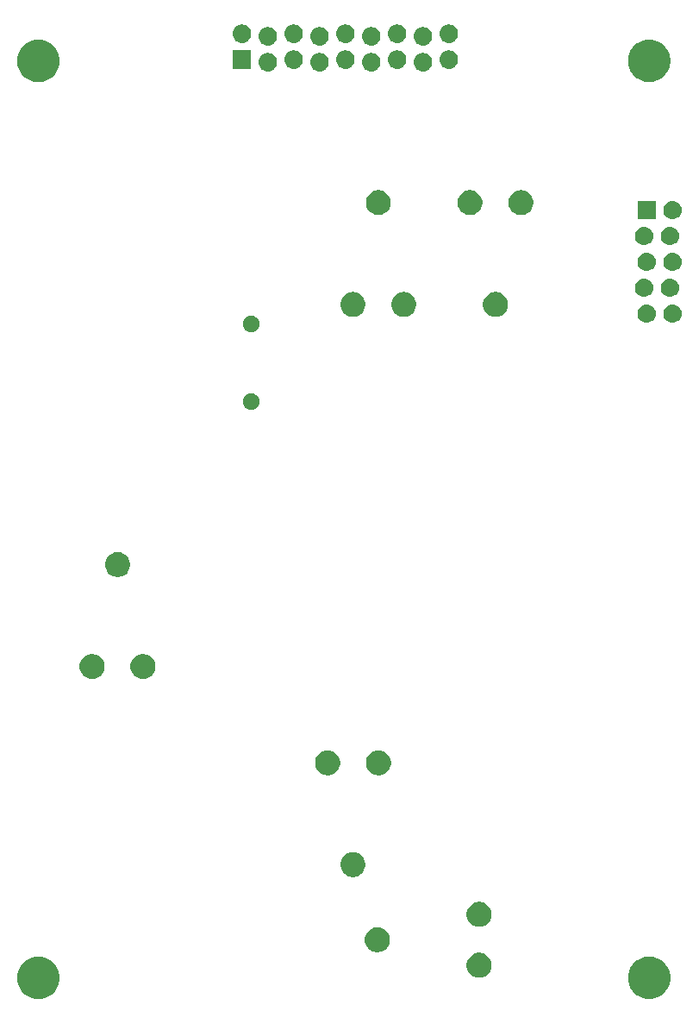
<source format=gbs>
G04 #@! TF.GenerationSoftware,KiCad,Pcbnew,(5.1.0)-1*
G04 #@! TF.CreationDate,2019-05-25T13:24:56-04:00*
G04 #@! TF.ProjectId,VCO_2_RevB,56434f5f-325f-4526-9576-422e6b696361,A*
G04 #@! TF.SameCoordinates,Original*
G04 #@! TF.FileFunction,Soldermask,Bot*
G04 #@! TF.FilePolarity,Negative*
%FSLAX46Y46*%
G04 Gerber Fmt 4.6, Leading zero omitted, Abs format (unit mm)*
G04 Created by KiCad (PCBNEW (5.1.0)-1) date 2019-05-25 13:24:56*
%MOMM*%
%LPD*%
G04 APERTURE LIST*
%ADD10C,0.100000*%
G04 APERTURE END LIST*
D10*
G36*
X115406373Y-142957024D02*
G01*
X115607589Y-142997048D01*
X115986671Y-143154069D01*
X116327835Y-143382028D01*
X116617972Y-143672165D01*
X116845931Y-144013329D01*
X117002952Y-144392411D01*
X117083000Y-144794842D01*
X117083000Y-145205158D01*
X117002952Y-145607589D01*
X116845931Y-145986671D01*
X116617972Y-146327835D01*
X116327835Y-146617972D01*
X115986671Y-146845931D01*
X115607589Y-147002952D01*
X115205159Y-147083000D01*
X114794841Y-147083000D01*
X114392411Y-147002952D01*
X114013329Y-146845931D01*
X113672165Y-146617972D01*
X113382028Y-146327835D01*
X113154069Y-145986671D01*
X112997048Y-145607589D01*
X112917000Y-145205158D01*
X112917000Y-144794842D01*
X112997048Y-144392411D01*
X113154069Y-144013329D01*
X113382028Y-143672165D01*
X113672165Y-143382028D01*
X114013329Y-143154069D01*
X114392411Y-142997048D01*
X114593627Y-142957024D01*
X114794841Y-142917000D01*
X115205159Y-142917000D01*
X115406373Y-142957024D01*
X115406373Y-142957024D01*
G37*
G36*
X55406373Y-142957024D02*
G01*
X55607589Y-142997048D01*
X55986671Y-143154069D01*
X56327835Y-143382028D01*
X56617972Y-143672165D01*
X56845931Y-144013329D01*
X57002952Y-144392411D01*
X57083000Y-144794842D01*
X57083000Y-145205158D01*
X57002952Y-145607589D01*
X56845931Y-145986671D01*
X56617972Y-146327835D01*
X56327835Y-146617972D01*
X55986671Y-146845931D01*
X55607589Y-147002952D01*
X55205159Y-147083000D01*
X54794841Y-147083000D01*
X54392411Y-147002952D01*
X54013329Y-146845931D01*
X53672165Y-146617972D01*
X53382028Y-146327835D01*
X53154069Y-145986671D01*
X52997048Y-145607589D01*
X52917000Y-145205158D01*
X52917000Y-144794842D01*
X52997048Y-144392411D01*
X53154069Y-144013329D01*
X53382028Y-143672165D01*
X53672165Y-143382028D01*
X54013329Y-143154069D01*
X54392411Y-142997048D01*
X54593627Y-142957024D01*
X54794841Y-142917000D01*
X55205159Y-142917000D01*
X55406373Y-142957024D01*
X55406373Y-142957024D01*
G37*
G36*
X98654153Y-142586122D02*
G01*
X98746194Y-142624247D01*
X98876359Y-142678163D01*
X99076342Y-142811787D01*
X99246413Y-142981858D01*
X99380037Y-143181841D01*
X99472078Y-143404048D01*
X99519000Y-143639941D01*
X99519000Y-143880459D01*
X99472078Y-144116352D01*
X99380037Y-144338559D01*
X99246413Y-144538542D01*
X99076342Y-144708613D01*
X98876359Y-144842237D01*
X98746194Y-144896153D01*
X98654153Y-144934278D01*
X98418259Y-144981200D01*
X98177741Y-144981200D01*
X97941847Y-144934278D01*
X97849806Y-144896153D01*
X97719641Y-144842237D01*
X97519658Y-144708613D01*
X97349587Y-144538542D01*
X97215963Y-144338559D01*
X97123922Y-144116352D01*
X97077000Y-143880459D01*
X97077000Y-143639941D01*
X97123922Y-143404048D01*
X97215963Y-143181841D01*
X97349587Y-142981858D01*
X97519658Y-142811787D01*
X97719641Y-142678163D01*
X97849806Y-142624247D01*
X97941847Y-142586122D01*
X98177741Y-142539200D01*
X98418259Y-142539200D01*
X98654153Y-142586122D01*
X98654153Y-142586122D01*
G37*
G36*
X88654153Y-140086122D02*
G01*
X88746194Y-140124247D01*
X88876359Y-140178163D01*
X89076342Y-140311787D01*
X89246413Y-140481858D01*
X89380037Y-140681841D01*
X89472078Y-140904048D01*
X89519000Y-141139941D01*
X89519000Y-141380459D01*
X89472078Y-141616352D01*
X89380037Y-141838559D01*
X89246413Y-142038542D01*
X89076342Y-142208613D01*
X88876359Y-142342237D01*
X88746194Y-142396153D01*
X88654153Y-142434278D01*
X88536205Y-142457739D01*
X88418259Y-142481200D01*
X88177741Y-142481200D01*
X88059795Y-142457739D01*
X87941847Y-142434278D01*
X87849806Y-142396153D01*
X87719641Y-142342237D01*
X87519658Y-142208613D01*
X87349587Y-142038542D01*
X87215963Y-141838559D01*
X87123922Y-141616352D01*
X87077000Y-141380459D01*
X87077000Y-141139941D01*
X87123922Y-140904048D01*
X87215963Y-140681841D01*
X87349587Y-140481858D01*
X87519658Y-140311787D01*
X87719641Y-140178163D01*
X87849806Y-140124247D01*
X87941847Y-140086122D01*
X88177741Y-140039200D01*
X88418259Y-140039200D01*
X88654153Y-140086122D01*
X88654153Y-140086122D01*
G37*
G36*
X98536205Y-137562661D02*
G01*
X98654153Y-137586122D01*
X98746194Y-137624247D01*
X98876359Y-137678163D01*
X99076342Y-137811787D01*
X99246413Y-137981858D01*
X99380037Y-138181841D01*
X99472078Y-138404048D01*
X99519000Y-138639941D01*
X99519000Y-138880459D01*
X99472078Y-139116352D01*
X99380037Y-139338559D01*
X99246413Y-139538542D01*
X99076342Y-139708613D01*
X98876359Y-139842237D01*
X98746194Y-139896153D01*
X98654153Y-139934278D01*
X98418259Y-139981200D01*
X98177741Y-139981200D01*
X97941847Y-139934278D01*
X97849806Y-139896153D01*
X97719641Y-139842237D01*
X97519658Y-139708613D01*
X97349587Y-139538542D01*
X97215963Y-139338559D01*
X97123922Y-139116352D01*
X97077000Y-138880459D01*
X97077000Y-138639941D01*
X97123922Y-138404048D01*
X97215963Y-138181841D01*
X97349587Y-137981858D01*
X97519658Y-137811787D01*
X97719641Y-137678163D01*
X97849806Y-137624247D01*
X97941847Y-137586122D01*
X98059795Y-137562661D01*
X98177741Y-137539200D01*
X98418259Y-137539200D01*
X98536205Y-137562661D01*
X98536205Y-137562661D01*
G37*
G36*
X86151805Y-132685861D02*
G01*
X86269753Y-132709322D01*
X86361794Y-132747447D01*
X86491959Y-132801363D01*
X86691942Y-132934987D01*
X86862013Y-133105058D01*
X86995637Y-133305041D01*
X87087678Y-133527248D01*
X87134600Y-133763141D01*
X87134600Y-134003659D01*
X87087678Y-134239552D01*
X86995637Y-134461759D01*
X86862013Y-134661742D01*
X86691942Y-134831813D01*
X86491959Y-134965437D01*
X86361794Y-135019353D01*
X86269753Y-135057478D01*
X86151805Y-135080939D01*
X86033859Y-135104400D01*
X85793341Y-135104400D01*
X85675395Y-135080939D01*
X85557447Y-135057478D01*
X85465406Y-135019353D01*
X85335241Y-134965437D01*
X85135258Y-134831813D01*
X84965187Y-134661742D01*
X84831563Y-134461759D01*
X84739522Y-134239552D01*
X84692600Y-134003659D01*
X84692600Y-133763141D01*
X84739522Y-133527248D01*
X84831563Y-133305041D01*
X84965187Y-133105058D01*
X85135258Y-132934987D01*
X85335241Y-132801363D01*
X85465406Y-132747447D01*
X85557447Y-132709322D01*
X85675395Y-132685861D01*
X85793341Y-132662400D01*
X86033859Y-132662400D01*
X86151805Y-132685861D01*
X86151805Y-132685861D01*
G37*
G36*
X88769753Y-122709322D02*
G01*
X88861794Y-122747447D01*
X88991959Y-122801363D01*
X89191942Y-122934987D01*
X89362013Y-123105058D01*
X89495637Y-123305041D01*
X89587678Y-123527248D01*
X89634600Y-123763141D01*
X89634600Y-124003659D01*
X89587678Y-124239552D01*
X89495637Y-124461759D01*
X89362013Y-124661742D01*
X89191942Y-124831813D01*
X88991959Y-124965437D01*
X88861794Y-125019353D01*
X88769753Y-125057478D01*
X88651805Y-125080939D01*
X88533859Y-125104400D01*
X88293341Y-125104400D01*
X88175395Y-125080939D01*
X88057447Y-125057478D01*
X87965406Y-125019353D01*
X87835241Y-124965437D01*
X87635258Y-124831813D01*
X87465187Y-124661742D01*
X87331563Y-124461759D01*
X87239522Y-124239552D01*
X87192600Y-124003659D01*
X87192600Y-123763141D01*
X87239522Y-123527248D01*
X87331563Y-123305041D01*
X87465187Y-123105058D01*
X87635258Y-122934987D01*
X87835241Y-122801363D01*
X87965406Y-122747447D01*
X88057447Y-122709322D01*
X88293341Y-122662400D01*
X88533859Y-122662400D01*
X88769753Y-122709322D01*
X88769753Y-122709322D01*
G37*
G36*
X83769753Y-122709322D02*
G01*
X83861794Y-122747447D01*
X83991959Y-122801363D01*
X84191942Y-122934987D01*
X84362013Y-123105058D01*
X84495637Y-123305041D01*
X84587678Y-123527248D01*
X84634600Y-123763141D01*
X84634600Y-124003659D01*
X84587678Y-124239552D01*
X84495637Y-124461759D01*
X84362013Y-124661742D01*
X84191942Y-124831813D01*
X83991959Y-124965437D01*
X83861794Y-125019353D01*
X83769753Y-125057478D01*
X83651805Y-125080939D01*
X83533859Y-125104400D01*
X83293341Y-125104400D01*
X83175395Y-125080939D01*
X83057447Y-125057478D01*
X82965406Y-125019353D01*
X82835241Y-124965437D01*
X82635258Y-124831813D01*
X82465187Y-124661742D01*
X82331563Y-124461759D01*
X82239522Y-124239552D01*
X82192600Y-124003659D01*
X82192600Y-123763141D01*
X82239522Y-123527248D01*
X82331563Y-123305041D01*
X82465187Y-123105058D01*
X82635258Y-122934987D01*
X82835241Y-122801363D01*
X82965406Y-122747447D01*
X83057447Y-122709322D01*
X83293341Y-122662400D01*
X83533859Y-122662400D01*
X83769753Y-122709322D01*
X83769753Y-122709322D01*
G37*
G36*
X65634153Y-113252922D02*
G01*
X65726194Y-113291047D01*
X65856359Y-113344963D01*
X66056342Y-113478587D01*
X66226413Y-113648658D01*
X66360037Y-113848641D01*
X66452078Y-114070848D01*
X66499000Y-114306741D01*
X66499000Y-114547259D01*
X66452078Y-114783152D01*
X66360037Y-115005359D01*
X66226413Y-115205342D01*
X66056342Y-115375413D01*
X65856359Y-115509037D01*
X65726194Y-115562953D01*
X65634153Y-115601078D01*
X65516205Y-115624539D01*
X65398259Y-115648000D01*
X65157741Y-115648000D01*
X65039795Y-115624539D01*
X64921847Y-115601078D01*
X64829806Y-115562953D01*
X64699641Y-115509037D01*
X64499658Y-115375413D01*
X64329587Y-115205342D01*
X64195963Y-115005359D01*
X64103922Y-114783152D01*
X64057000Y-114547259D01*
X64057000Y-114306741D01*
X64103922Y-114070848D01*
X64195963Y-113848641D01*
X64329587Y-113648658D01*
X64499658Y-113478587D01*
X64699641Y-113344963D01*
X64829806Y-113291047D01*
X64921847Y-113252922D01*
X65157741Y-113206000D01*
X65398259Y-113206000D01*
X65634153Y-113252922D01*
X65634153Y-113252922D01*
G37*
G36*
X60634153Y-113252922D02*
G01*
X60726194Y-113291047D01*
X60856359Y-113344963D01*
X61056342Y-113478587D01*
X61226413Y-113648658D01*
X61360037Y-113848641D01*
X61452078Y-114070848D01*
X61499000Y-114306741D01*
X61499000Y-114547259D01*
X61452078Y-114783152D01*
X61360037Y-115005359D01*
X61226413Y-115205342D01*
X61056342Y-115375413D01*
X60856359Y-115509037D01*
X60726194Y-115562953D01*
X60634153Y-115601078D01*
X60516205Y-115624539D01*
X60398259Y-115648000D01*
X60157741Y-115648000D01*
X60039795Y-115624539D01*
X59921847Y-115601078D01*
X59829806Y-115562953D01*
X59699641Y-115509037D01*
X59499658Y-115375413D01*
X59329587Y-115205342D01*
X59195963Y-115005359D01*
X59103922Y-114783152D01*
X59057000Y-114547259D01*
X59057000Y-114306741D01*
X59103922Y-114070848D01*
X59195963Y-113848641D01*
X59329587Y-113648658D01*
X59499658Y-113478587D01*
X59699641Y-113344963D01*
X59829806Y-113291047D01*
X59921847Y-113252922D01*
X60157741Y-113206000D01*
X60398259Y-113206000D01*
X60634153Y-113252922D01*
X60634153Y-113252922D01*
G37*
G36*
X63134153Y-103252922D02*
G01*
X63226194Y-103291047D01*
X63356359Y-103344963D01*
X63556342Y-103478587D01*
X63726413Y-103648658D01*
X63860037Y-103848641D01*
X63952078Y-104070848D01*
X63999000Y-104306741D01*
X63999000Y-104547259D01*
X63952078Y-104783152D01*
X63860037Y-105005359D01*
X63726413Y-105205342D01*
X63556342Y-105375413D01*
X63356359Y-105509037D01*
X63226194Y-105562953D01*
X63134153Y-105601078D01*
X63016205Y-105624539D01*
X62898259Y-105648000D01*
X62657741Y-105648000D01*
X62539795Y-105624539D01*
X62421847Y-105601078D01*
X62329806Y-105562953D01*
X62199641Y-105509037D01*
X61999658Y-105375413D01*
X61829587Y-105205342D01*
X61695963Y-105005359D01*
X61603922Y-104783152D01*
X61557000Y-104547259D01*
X61557000Y-104306741D01*
X61603922Y-104070848D01*
X61695963Y-103848641D01*
X61829587Y-103648658D01*
X61999658Y-103478587D01*
X62199641Y-103344963D01*
X62329806Y-103291047D01*
X62421847Y-103252922D01*
X62657741Y-103206000D01*
X62898259Y-103206000D01*
X63134153Y-103252922D01*
X63134153Y-103252922D01*
G37*
G36*
X76132342Y-87661042D02*
G01*
X76280301Y-87722329D01*
X76413455Y-87811299D01*
X76526701Y-87924545D01*
X76615671Y-88057699D01*
X76676958Y-88205658D01*
X76708200Y-88362725D01*
X76708200Y-88522875D01*
X76676958Y-88679942D01*
X76615671Y-88827901D01*
X76526701Y-88961055D01*
X76413455Y-89074301D01*
X76280301Y-89163271D01*
X76132342Y-89224558D01*
X75975275Y-89255800D01*
X75815125Y-89255800D01*
X75658058Y-89224558D01*
X75510099Y-89163271D01*
X75376945Y-89074301D01*
X75263699Y-88961055D01*
X75174729Y-88827901D01*
X75113442Y-88679942D01*
X75082200Y-88522875D01*
X75082200Y-88362725D01*
X75113442Y-88205658D01*
X75174729Y-88057699D01*
X75263699Y-87924545D01*
X75376945Y-87811299D01*
X75510099Y-87722329D01*
X75658058Y-87661042D01*
X75815125Y-87629800D01*
X75975275Y-87629800D01*
X76132342Y-87661042D01*
X76132342Y-87661042D01*
G37*
G36*
X76132342Y-80041042D02*
G01*
X76280301Y-80102329D01*
X76413455Y-80191299D01*
X76526701Y-80304545D01*
X76615671Y-80437699D01*
X76676958Y-80585658D01*
X76708200Y-80742725D01*
X76708200Y-80902875D01*
X76676958Y-81059942D01*
X76615671Y-81207901D01*
X76526701Y-81341055D01*
X76413455Y-81454301D01*
X76280301Y-81543271D01*
X76132342Y-81604558D01*
X75975275Y-81635800D01*
X75815125Y-81635800D01*
X75658058Y-81604558D01*
X75510099Y-81543271D01*
X75376945Y-81454301D01*
X75263699Y-81341055D01*
X75174729Y-81207901D01*
X75113442Y-81059942D01*
X75082200Y-80902875D01*
X75082200Y-80742725D01*
X75113442Y-80585658D01*
X75174729Y-80437699D01*
X75263699Y-80304545D01*
X75376945Y-80191299D01*
X75510099Y-80102329D01*
X75658058Y-80041042D01*
X75815125Y-80009800D01*
X75975275Y-80009800D01*
X76132342Y-80041042D01*
X76132342Y-80041042D01*
G37*
G36*
X117410443Y-78905519D02*
G01*
X117476627Y-78912037D01*
X117646466Y-78963557D01*
X117802991Y-79047222D01*
X117838729Y-79076552D01*
X117940186Y-79159814D01*
X118019247Y-79256152D01*
X118052778Y-79297009D01*
X118136443Y-79453534D01*
X118187963Y-79623373D01*
X118205359Y-79800000D01*
X118187963Y-79976627D01*
X118136443Y-80146466D01*
X118052778Y-80302991D01*
X118023448Y-80338729D01*
X117940186Y-80440186D01*
X117838729Y-80523448D01*
X117802991Y-80552778D01*
X117646466Y-80636443D01*
X117476627Y-80687963D01*
X117410443Y-80694481D01*
X117344260Y-80701000D01*
X117255740Y-80701000D01*
X117189557Y-80694481D01*
X117123373Y-80687963D01*
X116953534Y-80636443D01*
X116797009Y-80552778D01*
X116761271Y-80523448D01*
X116659814Y-80440186D01*
X116576552Y-80338729D01*
X116547222Y-80302991D01*
X116463557Y-80146466D01*
X116412037Y-79976627D01*
X116394641Y-79800000D01*
X116412037Y-79623373D01*
X116463557Y-79453534D01*
X116547222Y-79297009D01*
X116580753Y-79256152D01*
X116659814Y-79159814D01*
X116761271Y-79076552D01*
X116797009Y-79047222D01*
X116953534Y-78963557D01*
X117123373Y-78912037D01*
X117189557Y-78905519D01*
X117255740Y-78899000D01*
X117344260Y-78899000D01*
X117410443Y-78905519D01*
X117410443Y-78905519D01*
G37*
G36*
X114870443Y-78905519D02*
G01*
X114936627Y-78912037D01*
X115106466Y-78963557D01*
X115262991Y-79047222D01*
X115298729Y-79076552D01*
X115400186Y-79159814D01*
X115479247Y-79256152D01*
X115512778Y-79297009D01*
X115596443Y-79453534D01*
X115647963Y-79623373D01*
X115665359Y-79800000D01*
X115647963Y-79976627D01*
X115596443Y-80146466D01*
X115512778Y-80302991D01*
X115483448Y-80338729D01*
X115400186Y-80440186D01*
X115298729Y-80523448D01*
X115262991Y-80552778D01*
X115106466Y-80636443D01*
X114936627Y-80687963D01*
X114870443Y-80694481D01*
X114804260Y-80701000D01*
X114715740Y-80701000D01*
X114649557Y-80694481D01*
X114583373Y-80687963D01*
X114413534Y-80636443D01*
X114257009Y-80552778D01*
X114221271Y-80523448D01*
X114119814Y-80440186D01*
X114036552Y-80338729D01*
X114007222Y-80302991D01*
X113923557Y-80146466D01*
X113872037Y-79976627D01*
X113854641Y-79800000D01*
X113872037Y-79623373D01*
X113923557Y-79453534D01*
X114007222Y-79297009D01*
X114040753Y-79256152D01*
X114119814Y-79159814D01*
X114221271Y-79076552D01*
X114257009Y-79047222D01*
X114413534Y-78963557D01*
X114583373Y-78912037D01*
X114649557Y-78905519D01*
X114715740Y-78899000D01*
X114804260Y-78899000D01*
X114870443Y-78905519D01*
X114870443Y-78905519D01*
G37*
G36*
X100138205Y-77702461D02*
G01*
X100256153Y-77725922D01*
X100345640Y-77762989D01*
X100478359Y-77817963D01*
X100678342Y-77951587D01*
X100848413Y-78121658D01*
X100982037Y-78321641D01*
X101074078Y-78543848D01*
X101121000Y-78779741D01*
X101121000Y-79020259D01*
X101074078Y-79256152D01*
X100982037Y-79478359D01*
X100848413Y-79678342D01*
X100678342Y-79848413D01*
X100478359Y-79982037D01*
X100348194Y-80035953D01*
X100256153Y-80074078D01*
X100020259Y-80121000D01*
X99779741Y-80121000D01*
X99543847Y-80074078D01*
X99451806Y-80035953D01*
X99321641Y-79982037D01*
X99121658Y-79848413D01*
X98951587Y-79678342D01*
X98817963Y-79478359D01*
X98725922Y-79256152D01*
X98679000Y-79020259D01*
X98679000Y-78779741D01*
X98725922Y-78543848D01*
X98817963Y-78321641D01*
X98951587Y-78121658D01*
X99121658Y-77951587D01*
X99321641Y-77817963D01*
X99454360Y-77762989D01*
X99543847Y-77725922D01*
X99661795Y-77702461D01*
X99779741Y-77679000D01*
X100020259Y-77679000D01*
X100138205Y-77702461D01*
X100138205Y-77702461D01*
G37*
G36*
X91138205Y-77702461D02*
G01*
X91256153Y-77725922D01*
X91345640Y-77762989D01*
X91478359Y-77817963D01*
X91678342Y-77951587D01*
X91848413Y-78121658D01*
X91982037Y-78321641D01*
X92074078Y-78543848D01*
X92121000Y-78779741D01*
X92121000Y-79020259D01*
X92074078Y-79256152D01*
X91982037Y-79478359D01*
X91848413Y-79678342D01*
X91678342Y-79848413D01*
X91478359Y-79982037D01*
X91348194Y-80035953D01*
X91256153Y-80074078D01*
X91020259Y-80121000D01*
X90779741Y-80121000D01*
X90543847Y-80074078D01*
X90451806Y-80035953D01*
X90321641Y-79982037D01*
X90121658Y-79848413D01*
X89951587Y-79678342D01*
X89817963Y-79478359D01*
X89725922Y-79256152D01*
X89679000Y-79020259D01*
X89679000Y-78779741D01*
X89725922Y-78543848D01*
X89817963Y-78321641D01*
X89951587Y-78121658D01*
X90121658Y-77951587D01*
X90321641Y-77817963D01*
X90454360Y-77762989D01*
X90543847Y-77725922D01*
X90661795Y-77702461D01*
X90779741Y-77679000D01*
X91020259Y-77679000D01*
X91138205Y-77702461D01*
X91138205Y-77702461D01*
G37*
G36*
X86138205Y-77702461D02*
G01*
X86256153Y-77725922D01*
X86345640Y-77762989D01*
X86478359Y-77817963D01*
X86678342Y-77951587D01*
X86848413Y-78121658D01*
X86982037Y-78321641D01*
X87074078Y-78543848D01*
X87121000Y-78779741D01*
X87121000Y-79020259D01*
X87074078Y-79256152D01*
X86982037Y-79478359D01*
X86848413Y-79678342D01*
X86678342Y-79848413D01*
X86478359Y-79982037D01*
X86348194Y-80035953D01*
X86256153Y-80074078D01*
X86020259Y-80121000D01*
X85779741Y-80121000D01*
X85543847Y-80074078D01*
X85451806Y-80035953D01*
X85321641Y-79982037D01*
X85121658Y-79848413D01*
X84951587Y-79678342D01*
X84817963Y-79478359D01*
X84725922Y-79256152D01*
X84679000Y-79020259D01*
X84679000Y-78779741D01*
X84725922Y-78543848D01*
X84817963Y-78321641D01*
X84951587Y-78121658D01*
X85121658Y-77951587D01*
X85321641Y-77817963D01*
X85454360Y-77762989D01*
X85543847Y-77725922D01*
X85661795Y-77702461D01*
X85779741Y-77679000D01*
X86020259Y-77679000D01*
X86138205Y-77702461D01*
X86138205Y-77702461D01*
G37*
G36*
X117156442Y-76365518D02*
G01*
X117222627Y-76372037D01*
X117392466Y-76423557D01*
X117548991Y-76507222D01*
X117584729Y-76536552D01*
X117686186Y-76619814D01*
X117769448Y-76721271D01*
X117798778Y-76757009D01*
X117882443Y-76913534D01*
X117933963Y-77083373D01*
X117951359Y-77260000D01*
X117933963Y-77436627D01*
X117882443Y-77606466D01*
X117798778Y-77762991D01*
X117769448Y-77798729D01*
X117686186Y-77900186D01*
X117584729Y-77983448D01*
X117548991Y-78012778D01*
X117392466Y-78096443D01*
X117222627Y-78147963D01*
X117156443Y-78154481D01*
X117090260Y-78161000D01*
X117001740Y-78161000D01*
X116935557Y-78154481D01*
X116869373Y-78147963D01*
X116699534Y-78096443D01*
X116543009Y-78012778D01*
X116507271Y-77983448D01*
X116405814Y-77900186D01*
X116322552Y-77798729D01*
X116293222Y-77762991D01*
X116209557Y-77606466D01*
X116158037Y-77436627D01*
X116140641Y-77260000D01*
X116158037Y-77083373D01*
X116209557Y-76913534D01*
X116293222Y-76757009D01*
X116322552Y-76721271D01*
X116405814Y-76619814D01*
X116507271Y-76536552D01*
X116543009Y-76507222D01*
X116699534Y-76423557D01*
X116869373Y-76372037D01*
X116935558Y-76365518D01*
X117001740Y-76359000D01*
X117090260Y-76359000D01*
X117156442Y-76365518D01*
X117156442Y-76365518D01*
G37*
G36*
X114616442Y-76365518D02*
G01*
X114682627Y-76372037D01*
X114852466Y-76423557D01*
X115008991Y-76507222D01*
X115044729Y-76536552D01*
X115146186Y-76619814D01*
X115229448Y-76721271D01*
X115258778Y-76757009D01*
X115342443Y-76913534D01*
X115393963Y-77083373D01*
X115411359Y-77260000D01*
X115393963Y-77436627D01*
X115342443Y-77606466D01*
X115258778Y-77762991D01*
X115229448Y-77798729D01*
X115146186Y-77900186D01*
X115044729Y-77983448D01*
X115008991Y-78012778D01*
X114852466Y-78096443D01*
X114682627Y-78147963D01*
X114616443Y-78154481D01*
X114550260Y-78161000D01*
X114461740Y-78161000D01*
X114395557Y-78154481D01*
X114329373Y-78147963D01*
X114159534Y-78096443D01*
X114003009Y-78012778D01*
X113967271Y-77983448D01*
X113865814Y-77900186D01*
X113782552Y-77798729D01*
X113753222Y-77762991D01*
X113669557Y-77606466D01*
X113618037Y-77436627D01*
X113600641Y-77260000D01*
X113618037Y-77083373D01*
X113669557Y-76913534D01*
X113753222Y-76757009D01*
X113782552Y-76721271D01*
X113865814Y-76619814D01*
X113967271Y-76536552D01*
X114003009Y-76507222D01*
X114159534Y-76423557D01*
X114329373Y-76372037D01*
X114395558Y-76365518D01*
X114461740Y-76359000D01*
X114550260Y-76359000D01*
X114616442Y-76365518D01*
X114616442Y-76365518D01*
G37*
G36*
X117410443Y-73825519D02*
G01*
X117476627Y-73832037D01*
X117646466Y-73883557D01*
X117802991Y-73967222D01*
X117838729Y-73996552D01*
X117940186Y-74079814D01*
X118023448Y-74181271D01*
X118052778Y-74217009D01*
X118136443Y-74373534D01*
X118187963Y-74543373D01*
X118205359Y-74720000D01*
X118187963Y-74896627D01*
X118136443Y-75066466D01*
X118052778Y-75222991D01*
X118023448Y-75258729D01*
X117940186Y-75360186D01*
X117838729Y-75443448D01*
X117802991Y-75472778D01*
X117646466Y-75556443D01*
X117476627Y-75607963D01*
X117410443Y-75614481D01*
X117344260Y-75621000D01*
X117255740Y-75621000D01*
X117189557Y-75614481D01*
X117123373Y-75607963D01*
X116953534Y-75556443D01*
X116797009Y-75472778D01*
X116761271Y-75443448D01*
X116659814Y-75360186D01*
X116576552Y-75258729D01*
X116547222Y-75222991D01*
X116463557Y-75066466D01*
X116412037Y-74896627D01*
X116394641Y-74720000D01*
X116412037Y-74543373D01*
X116463557Y-74373534D01*
X116547222Y-74217009D01*
X116576552Y-74181271D01*
X116659814Y-74079814D01*
X116761271Y-73996552D01*
X116797009Y-73967222D01*
X116953534Y-73883557D01*
X117123373Y-73832037D01*
X117189557Y-73825519D01*
X117255740Y-73819000D01*
X117344260Y-73819000D01*
X117410443Y-73825519D01*
X117410443Y-73825519D01*
G37*
G36*
X114870443Y-73825519D02*
G01*
X114936627Y-73832037D01*
X115106466Y-73883557D01*
X115262991Y-73967222D01*
X115298729Y-73996552D01*
X115400186Y-74079814D01*
X115483448Y-74181271D01*
X115512778Y-74217009D01*
X115596443Y-74373534D01*
X115647963Y-74543373D01*
X115665359Y-74720000D01*
X115647963Y-74896627D01*
X115596443Y-75066466D01*
X115512778Y-75222991D01*
X115483448Y-75258729D01*
X115400186Y-75360186D01*
X115298729Y-75443448D01*
X115262991Y-75472778D01*
X115106466Y-75556443D01*
X114936627Y-75607963D01*
X114870443Y-75614481D01*
X114804260Y-75621000D01*
X114715740Y-75621000D01*
X114649557Y-75614481D01*
X114583373Y-75607963D01*
X114413534Y-75556443D01*
X114257009Y-75472778D01*
X114221271Y-75443448D01*
X114119814Y-75360186D01*
X114036552Y-75258729D01*
X114007222Y-75222991D01*
X113923557Y-75066466D01*
X113872037Y-74896627D01*
X113854641Y-74720000D01*
X113872037Y-74543373D01*
X113923557Y-74373534D01*
X114007222Y-74217009D01*
X114036552Y-74181271D01*
X114119814Y-74079814D01*
X114221271Y-73996552D01*
X114257009Y-73967222D01*
X114413534Y-73883557D01*
X114583373Y-73832037D01*
X114649557Y-73825519D01*
X114715740Y-73819000D01*
X114804260Y-73819000D01*
X114870443Y-73825519D01*
X114870443Y-73825519D01*
G37*
G36*
X114616442Y-71285518D02*
G01*
X114682627Y-71292037D01*
X114852466Y-71343557D01*
X115008991Y-71427222D01*
X115044729Y-71456552D01*
X115146186Y-71539814D01*
X115229448Y-71641271D01*
X115258778Y-71677009D01*
X115342443Y-71833534D01*
X115393963Y-72003373D01*
X115411359Y-72180000D01*
X115393963Y-72356627D01*
X115342443Y-72526466D01*
X115258778Y-72682991D01*
X115229448Y-72718729D01*
X115146186Y-72820186D01*
X115044729Y-72903448D01*
X115008991Y-72932778D01*
X114852466Y-73016443D01*
X114682627Y-73067963D01*
X114616442Y-73074482D01*
X114550260Y-73081000D01*
X114461740Y-73081000D01*
X114395558Y-73074482D01*
X114329373Y-73067963D01*
X114159534Y-73016443D01*
X114003009Y-72932778D01*
X113967271Y-72903448D01*
X113865814Y-72820186D01*
X113782552Y-72718729D01*
X113753222Y-72682991D01*
X113669557Y-72526466D01*
X113618037Y-72356627D01*
X113600641Y-72180000D01*
X113618037Y-72003373D01*
X113669557Y-71833534D01*
X113753222Y-71677009D01*
X113782552Y-71641271D01*
X113865814Y-71539814D01*
X113967271Y-71456552D01*
X114003009Y-71427222D01*
X114159534Y-71343557D01*
X114329373Y-71292037D01*
X114395558Y-71285518D01*
X114461740Y-71279000D01*
X114550260Y-71279000D01*
X114616442Y-71285518D01*
X114616442Y-71285518D01*
G37*
G36*
X117156442Y-71285518D02*
G01*
X117222627Y-71292037D01*
X117392466Y-71343557D01*
X117548991Y-71427222D01*
X117584729Y-71456552D01*
X117686186Y-71539814D01*
X117769448Y-71641271D01*
X117798778Y-71677009D01*
X117882443Y-71833534D01*
X117933963Y-72003373D01*
X117951359Y-72180000D01*
X117933963Y-72356627D01*
X117882443Y-72526466D01*
X117798778Y-72682991D01*
X117769448Y-72718729D01*
X117686186Y-72820186D01*
X117584729Y-72903448D01*
X117548991Y-72932778D01*
X117392466Y-73016443D01*
X117222627Y-73067963D01*
X117156442Y-73074482D01*
X117090260Y-73081000D01*
X117001740Y-73081000D01*
X116935558Y-73074482D01*
X116869373Y-73067963D01*
X116699534Y-73016443D01*
X116543009Y-72932778D01*
X116507271Y-72903448D01*
X116405814Y-72820186D01*
X116322552Y-72718729D01*
X116293222Y-72682991D01*
X116209557Y-72526466D01*
X116158037Y-72356627D01*
X116140641Y-72180000D01*
X116158037Y-72003373D01*
X116209557Y-71833534D01*
X116293222Y-71677009D01*
X116322552Y-71641271D01*
X116405814Y-71539814D01*
X116507271Y-71456552D01*
X116543009Y-71427222D01*
X116699534Y-71343557D01*
X116869373Y-71292037D01*
X116935558Y-71285518D01*
X117001740Y-71279000D01*
X117090260Y-71279000D01*
X117156442Y-71285518D01*
X117156442Y-71285518D01*
G37*
G36*
X115661000Y-70541000D02*
G01*
X113859000Y-70541000D01*
X113859000Y-68739000D01*
X115661000Y-68739000D01*
X115661000Y-70541000D01*
X115661000Y-70541000D01*
G37*
G36*
X117410443Y-68745519D02*
G01*
X117476627Y-68752037D01*
X117646466Y-68803557D01*
X117802991Y-68887222D01*
X117838729Y-68916552D01*
X117940186Y-68999814D01*
X118023448Y-69101271D01*
X118052778Y-69137009D01*
X118136443Y-69293534D01*
X118187963Y-69463373D01*
X118205359Y-69640000D01*
X118187963Y-69816627D01*
X118136443Y-69986466D01*
X118052778Y-70142991D01*
X118023448Y-70178729D01*
X117940186Y-70280186D01*
X117838729Y-70363448D01*
X117802991Y-70392778D01*
X117646466Y-70476443D01*
X117476627Y-70527963D01*
X117410442Y-70534482D01*
X117344260Y-70541000D01*
X117255740Y-70541000D01*
X117189558Y-70534482D01*
X117123373Y-70527963D01*
X116953534Y-70476443D01*
X116797009Y-70392778D01*
X116761271Y-70363448D01*
X116659814Y-70280186D01*
X116576552Y-70178729D01*
X116547222Y-70142991D01*
X116463557Y-69986466D01*
X116412037Y-69816627D01*
X116394641Y-69640000D01*
X116412037Y-69463373D01*
X116463557Y-69293534D01*
X116547222Y-69137009D01*
X116576552Y-69101271D01*
X116659814Y-68999814D01*
X116761271Y-68916552D01*
X116797009Y-68887222D01*
X116953534Y-68803557D01*
X117123373Y-68752037D01*
X117189557Y-68745519D01*
X117255740Y-68739000D01*
X117344260Y-68739000D01*
X117410443Y-68745519D01*
X117410443Y-68745519D01*
G37*
G36*
X97638205Y-67702461D02*
G01*
X97756153Y-67725922D01*
X97848194Y-67764047D01*
X97978359Y-67817963D01*
X98178342Y-67951587D01*
X98348413Y-68121658D01*
X98482037Y-68321641D01*
X98574078Y-68543848D01*
X98621000Y-68779741D01*
X98621000Y-69020259D01*
X98574078Y-69256152D01*
X98482037Y-69478359D01*
X98348413Y-69678342D01*
X98178342Y-69848413D01*
X97978359Y-69982037D01*
X97848194Y-70035953D01*
X97756153Y-70074078D01*
X97638205Y-70097539D01*
X97520259Y-70121000D01*
X97279741Y-70121000D01*
X97161795Y-70097539D01*
X97043847Y-70074078D01*
X96951806Y-70035953D01*
X96821641Y-69982037D01*
X96621658Y-69848413D01*
X96451587Y-69678342D01*
X96317963Y-69478359D01*
X96225922Y-69256152D01*
X96179000Y-69020259D01*
X96179000Y-68779741D01*
X96225922Y-68543848D01*
X96317963Y-68321641D01*
X96451587Y-68121658D01*
X96621658Y-67951587D01*
X96821641Y-67817963D01*
X96951806Y-67764047D01*
X97043847Y-67725922D01*
X97161795Y-67702461D01*
X97279741Y-67679000D01*
X97520259Y-67679000D01*
X97638205Y-67702461D01*
X97638205Y-67702461D01*
G37*
G36*
X88638205Y-67702461D02*
G01*
X88756153Y-67725922D01*
X88848194Y-67764047D01*
X88978359Y-67817963D01*
X89178342Y-67951587D01*
X89348413Y-68121658D01*
X89482037Y-68321641D01*
X89574078Y-68543848D01*
X89621000Y-68779741D01*
X89621000Y-69020259D01*
X89574078Y-69256152D01*
X89482037Y-69478359D01*
X89348413Y-69678342D01*
X89178342Y-69848413D01*
X88978359Y-69982037D01*
X88848194Y-70035953D01*
X88756153Y-70074078D01*
X88638205Y-70097539D01*
X88520259Y-70121000D01*
X88279741Y-70121000D01*
X88161795Y-70097539D01*
X88043847Y-70074078D01*
X87951806Y-70035953D01*
X87821641Y-69982037D01*
X87621658Y-69848413D01*
X87451587Y-69678342D01*
X87317963Y-69478359D01*
X87225922Y-69256152D01*
X87179000Y-69020259D01*
X87179000Y-68779741D01*
X87225922Y-68543848D01*
X87317963Y-68321641D01*
X87451587Y-68121658D01*
X87621658Y-67951587D01*
X87821641Y-67817963D01*
X87951806Y-67764047D01*
X88043847Y-67725922D01*
X88161795Y-67702461D01*
X88279741Y-67679000D01*
X88520259Y-67679000D01*
X88638205Y-67702461D01*
X88638205Y-67702461D01*
G37*
G36*
X102638205Y-67702461D02*
G01*
X102756153Y-67725922D01*
X102848194Y-67764047D01*
X102978359Y-67817963D01*
X103178342Y-67951587D01*
X103348413Y-68121658D01*
X103482037Y-68321641D01*
X103574078Y-68543848D01*
X103621000Y-68779741D01*
X103621000Y-69020259D01*
X103574078Y-69256152D01*
X103482037Y-69478359D01*
X103348413Y-69678342D01*
X103178342Y-69848413D01*
X102978359Y-69982037D01*
X102848194Y-70035953D01*
X102756153Y-70074078D01*
X102638205Y-70097539D01*
X102520259Y-70121000D01*
X102279741Y-70121000D01*
X102161795Y-70097539D01*
X102043847Y-70074078D01*
X101951806Y-70035953D01*
X101821641Y-69982037D01*
X101621658Y-69848413D01*
X101451587Y-69678342D01*
X101317963Y-69478359D01*
X101225922Y-69256152D01*
X101179000Y-69020259D01*
X101179000Y-68779741D01*
X101225922Y-68543848D01*
X101317963Y-68321641D01*
X101451587Y-68121658D01*
X101621658Y-67951587D01*
X101821641Y-67817963D01*
X101951806Y-67764047D01*
X102043847Y-67725922D01*
X102161795Y-67702461D01*
X102279741Y-67679000D01*
X102520259Y-67679000D01*
X102638205Y-67702461D01*
X102638205Y-67702461D01*
G37*
G36*
X55287939Y-52933466D02*
G01*
X55607589Y-52997048D01*
X55986671Y-53154069D01*
X56327835Y-53382028D01*
X56617972Y-53672165D01*
X56845931Y-54013329D01*
X57002952Y-54392411D01*
X57083000Y-54794841D01*
X57083000Y-55205159D01*
X57049020Y-55375989D01*
X57002952Y-55607589D01*
X56845931Y-55986671D01*
X56617972Y-56327835D01*
X56327835Y-56617972D01*
X55986671Y-56845931D01*
X55607589Y-57002952D01*
X55406373Y-57042976D01*
X55205159Y-57083000D01*
X54794841Y-57083000D01*
X54593627Y-57042976D01*
X54392411Y-57002952D01*
X54013329Y-56845931D01*
X53672165Y-56617972D01*
X53382028Y-56327835D01*
X53154069Y-55986671D01*
X52997048Y-55607589D01*
X52950980Y-55375989D01*
X52917000Y-55205159D01*
X52917000Y-54794841D01*
X52997048Y-54392411D01*
X53154069Y-54013329D01*
X53382028Y-53672165D01*
X53672165Y-53382028D01*
X54013329Y-53154069D01*
X54392411Y-52997048D01*
X54712061Y-52933466D01*
X54794841Y-52917000D01*
X55205159Y-52917000D01*
X55287939Y-52933466D01*
X55287939Y-52933466D01*
G37*
G36*
X115287939Y-52933466D02*
G01*
X115607589Y-52997048D01*
X115986671Y-53154069D01*
X116327835Y-53382028D01*
X116617972Y-53672165D01*
X116845931Y-54013329D01*
X117002952Y-54392411D01*
X117042976Y-54593627D01*
X117083000Y-54794841D01*
X117083000Y-55205159D01*
X117049020Y-55375989D01*
X117002952Y-55607589D01*
X116845931Y-55986671D01*
X116617972Y-56327835D01*
X116327835Y-56617972D01*
X115986671Y-56845931D01*
X115607589Y-57002952D01*
X115406373Y-57042976D01*
X115205159Y-57083000D01*
X114794841Y-57083000D01*
X114593627Y-57042976D01*
X114392411Y-57002952D01*
X114013329Y-56845931D01*
X113672165Y-56617972D01*
X113382028Y-56327835D01*
X113154069Y-55986671D01*
X112997048Y-55607589D01*
X112950980Y-55375989D01*
X112917000Y-55205159D01*
X112917000Y-54794841D01*
X112957024Y-54593627D01*
X112997048Y-54392411D01*
X113154069Y-54013329D01*
X113382028Y-53672165D01*
X113672165Y-53382028D01*
X114013329Y-53154069D01*
X114392411Y-52997048D01*
X114712061Y-52933466D01*
X114794841Y-52917000D01*
X115205159Y-52917000D01*
X115287939Y-52933466D01*
X115287939Y-52933466D01*
G37*
G36*
X92890443Y-54232519D02*
G01*
X92956627Y-54239037D01*
X93126466Y-54290557D01*
X93282991Y-54374222D01*
X93305154Y-54392411D01*
X93420186Y-54486814D01*
X93503448Y-54588271D01*
X93532778Y-54624009D01*
X93616443Y-54780534D01*
X93667963Y-54950373D01*
X93685359Y-55127000D01*
X93667963Y-55303627D01*
X93616443Y-55473466D01*
X93532778Y-55629991D01*
X93503448Y-55665729D01*
X93420186Y-55767186D01*
X93318729Y-55850448D01*
X93282991Y-55879778D01*
X93126466Y-55963443D01*
X92956627Y-56014963D01*
X92890443Y-56021481D01*
X92824260Y-56028000D01*
X92735740Y-56028000D01*
X92669557Y-56021481D01*
X92603373Y-56014963D01*
X92433534Y-55963443D01*
X92277009Y-55879778D01*
X92241271Y-55850448D01*
X92139814Y-55767186D01*
X92056552Y-55665729D01*
X92027222Y-55629991D01*
X91943557Y-55473466D01*
X91892037Y-55303627D01*
X91874641Y-55127000D01*
X91892037Y-54950373D01*
X91943557Y-54780534D01*
X92027222Y-54624009D01*
X92056552Y-54588271D01*
X92139814Y-54486814D01*
X92254846Y-54392411D01*
X92277009Y-54374222D01*
X92433534Y-54290557D01*
X92603373Y-54239037D01*
X92669557Y-54232519D01*
X92735740Y-54226000D01*
X92824260Y-54226000D01*
X92890443Y-54232519D01*
X92890443Y-54232519D01*
G37*
G36*
X77650443Y-54232519D02*
G01*
X77716627Y-54239037D01*
X77886466Y-54290557D01*
X78042991Y-54374222D01*
X78065154Y-54392411D01*
X78180186Y-54486814D01*
X78263448Y-54588271D01*
X78292778Y-54624009D01*
X78376443Y-54780534D01*
X78427963Y-54950373D01*
X78445359Y-55127000D01*
X78427963Y-55303627D01*
X78376443Y-55473466D01*
X78292778Y-55629991D01*
X78263448Y-55665729D01*
X78180186Y-55767186D01*
X78078729Y-55850448D01*
X78042991Y-55879778D01*
X77886466Y-55963443D01*
X77716627Y-56014963D01*
X77650443Y-56021481D01*
X77584260Y-56028000D01*
X77495740Y-56028000D01*
X77429557Y-56021481D01*
X77363373Y-56014963D01*
X77193534Y-55963443D01*
X77037009Y-55879778D01*
X77001271Y-55850448D01*
X76899814Y-55767186D01*
X76816552Y-55665729D01*
X76787222Y-55629991D01*
X76703557Y-55473466D01*
X76652037Y-55303627D01*
X76634641Y-55127000D01*
X76652037Y-54950373D01*
X76703557Y-54780534D01*
X76787222Y-54624009D01*
X76816552Y-54588271D01*
X76899814Y-54486814D01*
X77014846Y-54392411D01*
X77037009Y-54374222D01*
X77193534Y-54290557D01*
X77363373Y-54239037D01*
X77429557Y-54232519D01*
X77495740Y-54226000D01*
X77584260Y-54226000D01*
X77650443Y-54232519D01*
X77650443Y-54232519D01*
G37*
G36*
X82730443Y-54232519D02*
G01*
X82796627Y-54239037D01*
X82966466Y-54290557D01*
X83122991Y-54374222D01*
X83145154Y-54392411D01*
X83260186Y-54486814D01*
X83343448Y-54588271D01*
X83372778Y-54624009D01*
X83456443Y-54780534D01*
X83507963Y-54950373D01*
X83525359Y-55127000D01*
X83507963Y-55303627D01*
X83456443Y-55473466D01*
X83372778Y-55629991D01*
X83343448Y-55665729D01*
X83260186Y-55767186D01*
X83158729Y-55850448D01*
X83122991Y-55879778D01*
X82966466Y-55963443D01*
X82796627Y-56014963D01*
X82730443Y-56021481D01*
X82664260Y-56028000D01*
X82575740Y-56028000D01*
X82509557Y-56021481D01*
X82443373Y-56014963D01*
X82273534Y-55963443D01*
X82117009Y-55879778D01*
X82081271Y-55850448D01*
X81979814Y-55767186D01*
X81896552Y-55665729D01*
X81867222Y-55629991D01*
X81783557Y-55473466D01*
X81732037Y-55303627D01*
X81714641Y-55127000D01*
X81732037Y-54950373D01*
X81783557Y-54780534D01*
X81867222Y-54624009D01*
X81896552Y-54588271D01*
X81979814Y-54486814D01*
X82094846Y-54392411D01*
X82117009Y-54374222D01*
X82273534Y-54290557D01*
X82443373Y-54239037D01*
X82509557Y-54232519D01*
X82575740Y-54226000D01*
X82664260Y-54226000D01*
X82730443Y-54232519D01*
X82730443Y-54232519D01*
G37*
G36*
X87810443Y-54232519D02*
G01*
X87876627Y-54239037D01*
X88046466Y-54290557D01*
X88202991Y-54374222D01*
X88225154Y-54392411D01*
X88340186Y-54486814D01*
X88423448Y-54588271D01*
X88452778Y-54624009D01*
X88536443Y-54780534D01*
X88587963Y-54950373D01*
X88605359Y-55127000D01*
X88587963Y-55303627D01*
X88536443Y-55473466D01*
X88452778Y-55629991D01*
X88423448Y-55665729D01*
X88340186Y-55767186D01*
X88238729Y-55850448D01*
X88202991Y-55879778D01*
X88046466Y-55963443D01*
X87876627Y-56014963D01*
X87810443Y-56021481D01*
X87744260Y-56028000D01*
X87655740Y-56028000D01*
X87589557Y-56021481D01*
X87523373Y-56014963D01*
X87353534Y-55963443D01*
X87197009Y-55879778D01*
X87161271Y-55850448D01*
X87059814Y-55767186D01*
X86976552Y-55665729D01*
X86947222Y-55629991D01*
X86863557Y-55473466D01*
X86812037Y-55303627D01*
X86794641Y-55127000D01*
X86812037Y-54950373D01*
X86863557Y-54780534D01*
X86947222Y-54624009D01*
X86976552Y-54588271D01*
X87059814Y-54486814D01*
X87174846Y-54392411D01*
X87197009Y-54374222D01*
X87353534Y-54290557D01*
X87523373Y-54239037D01*
X87589557Y-54232519D01*
X87655740Y-54226000D01*
X87744260Y-54226000D01*
X87810443Y-54232519D01*
X87810443Y-54232519D01*
G37*
G36*
X80190442Y-53978518D02*
G01*
X80256627Y-53985037D01*
X80426466Y-54036557D01*
X80582991Y-54120222D01*
X80618729Y-54149552D01*
X80720186Y-54232814D01*
X80803448Y-54334271D01*
X80832778Y-54370009D01*
X80916443Y-54526534D01*
X80967963Y-54696373D01*
X80985359Y-54873000D01*
X80967963Y-55049627D01*
X80916443Y-55219466D01*
X80832778Y-55375991D01*
X80803448Y-55411729D01*
X80720186Y-55513186D01*
X80618729Y-55596448D01*
X80582991Y-55625778D01*
X80426466Y-55709443D01*
X80256627Y-55760963D01*
X80193453Y-55767185D01*
X80124260Y-55774000D01*
X80035740Y-55774000D01*
X79966547Y-55767185D01*
X79903373Y-55760963D01*
X79733534Y-55709443D01*
X79577009Y-55625778D01*
X79541271Y-55596448D01*
X79439814Y-55513186D01*
X79356552Y-55411729D01*
X79327222Y-55375991D01*
X79243557Y-55219466D01*
X79192037Y-55049627D01*
X79174641Y-54873000D01*
X79192037Y-54696373D01*
X79243557Y-54526534D01*
X79327222Y-54370009D01*
X79356552Y-54334271D01*
X79439814Y-54232814D01*
X79541271Y-54149552D01*
X79577009Y-54120222D01*
X79733534Y-54036557D01*
X79903373Y-53985037D01*
X79969558Y-53978518D01*
X80035740Y-53972000D01*
X80124260Y-53972000D01*
X80190442Y-53978518D01*
X80190442Y-53978518D01*
G37*
G36*
X90350442Y-53978518D02*
G01*
X90416627Y-53985037D01*
X90586466Y-54036557D01*
X90742991Y-54120222D01*
X90778729Y-54149552D01*
X90880186Y-54232814D01*
X90963448Y-54334271D01*
X90992778Y-54370009D01*
X91076443Y-54526534D01*
X91127963Y-54696373D01*
X91145359Y-54873000D01*
X91127963Y-55049627D01*
X91076443Y-55219466D01*
X90992778Y-55375991D01*
X90963448Y-55411729D01*
X90880186Y-55513186D01*
X90778729Y-55596448D01*
X90742991Y-55625778D01*
X90586466Y-55709443D01*
X90416627Y-55760963D01*
X90353453Y-55767185D01*
X90284260Y-55774000D01*
X90195740Y-55774000D01*
X90126547Y-55767185D01*
X90063373Y-55760963D01*
X89893534Y-55709443D01*
X89737009Y-55625778D01*
X89701271Y-55596448D01*
X89599814Y-55513186D01*
X89516552Y-55411729D01*
X89487222Y-55375991D01*
X89403557Y-55219466D01*
X89352037Y-55049627D01*
X89334641Y-54873000D01*
X89352037Y-54696373D01*
X89403557Y-54526534D01*
X89487222Y-54370009D01*
X89516552Y-54334271D01*
X89599814Y-54232814D01*
X89701271Y-54149552D01*
X89737009Y-54120222D01*
X89893534Y-54036557D01*
X90063373Y-53985037D01*
X90129558Y-53978518D01*
X90195740Y-53972000D01*
X90284260Y-53972000D01*
X90350442Y-53978518D01*
X90350442Y-53978518D01*
G37*
G36*
X95430442Y-53978518D02*
G01*
X95496627Y-53985037D01*
X95666466Y-54036557D01*
X95822991Y-54120222D01*
X95858729Y-54149552D01*
X95960186Y-54232814D01*
X96043448Y-54334271D01*
X96072778Y-54370009D01*
X96156443Y-54526534D01*
X96207963Y-54696373D01*
X96225359Y-54873000D01*
X96207963Y-55049627D01*
X96156443Y-55219466D01*
X96072778Y-55375991D01*
X96043448Y-55411729D01*
X95960186Y-55513186D01*
X95858729Y-55596448D01*
X95822991Y-55625778D01*
X95666466Y-55709443D01*
X95496627Y-55760963D01*
X95433453Y-55767185D01*
X95364260Y-55774000D01*
X95275740Y-55774000D01*
X95206547Y-55767185D01*
X95143373Y-55760963D01*
X94973534Y-55709443D01*
X94817009Y-55625778D01*
X94781271Y-55596448D01*
X94679814Y-55513186D01*
X94596552Y-55411729D01*
X94567222Y-55375991D01*
X94483557Y-55219466D01*
X94432037Y-55049627D01*
X94414641Y-54873000D01*
X94432037Y-54696373D01*
X94483557Y-54526534D01*
X94567222Y-54370009D01*
X94596552Y-54334271D01*
X94679814Y-54232814D01*
X94781271Y-54149552D01*
X94817009Y-54120222D01*
X94973534Y-54036557D01*
X95143373Y-53985037D01*
X95209558Y-53978518D01*
X95275740Y-53972000D01*
X95364260Y-53972000D01*
X95430442Y-53978518D01*
X95430442Y-53978518D01*
G37*
G36*
X75901000Y-55774000D02*
G01*
X74099000Y-55774000D01*
X74099000Y-53972000D01*
X75901000Y-53972000D01*
X75901000Y-55774000D01*
X75901000Y-55774000D01*
G37*
G36*
X85270442Y-53978518D02*
G01*
X85336627Y-53985037D01*
X85506466Y-54036557D01*
X85662991Y-54120222D01*
X85698729Y-54149552D01*
X85800186Y-54232814D01*
X85883448Y-54334271D01*
X85912778Y-54370009D01*
X85996443Y-54526534D01*
X86047963Y-54696373D01*
X86065359Y-54873000D01*
X86047963Y-55049627D01*
X85996443Y-55219466D01*
X85912778Y-55375991D01*
X85883448Y-55411729D01*
X85800186Y-55513186D01*
X85698729Y-55596448D01*
X85662991Y-55625778D01*
X85506466Y-55709443D01*
X85336627Y-55760963D01*
X85273453Y-55767185D01*
X85204260Y-55774000D01*
X85115740Y-55774000D01*
X85046547Y-55767185D01*
X84983373Y-55760963D01*
X84813534Y-55709443D01*
X84657009Y-55625778D01*
X84621271Y-55596448D01*
X84519814Y-55513186D01*
X84436552Y-55411729D01*
X84407222Y-55375991D01*
X84323557Y-55219466D01*
X84272037Y-55049627D01*
X84254641Y-54873000D01*
X84272037Y-54696373D01*
X84323557Y-54526534D01*
X84407222Y-54370009D01*
X84436552Y-54334271D01*
X84519814Y-54232814D01*
X84621271Y-54149552D01*
X84657009Y-54120222D01*
X84813534Y-54036557D01*
X84983373Y-53985037D01*
X85049558Y-53978518D01*
X85115740Y-53972000D01*
X85204260Y-53972000D01*
X85270442Y-53978518D01*
X85270442Y-53978518D01*
G37*
G36*
X87810443Y-51692519D02*
G01*
X87876627Y-51699037D01*
X88046466Y-51750557D01*
X88202991Y-51834222D01*
X88238729Y-51863552D01*
X88340186Y-51946814D01*
X88423448Y-52048271D01*
X88452778Y-52084009D01*
X88536443Y-52240534D01*
X88587963Y-52410373D01*
X88605359Y-52587000D01*
X88587963Y-52763627D01*
X88536443Y-52933466D01*
X88452778Y-53089991D01*
X88423448Y-53125729D01*
X88340186Y-53227186D01*
X88238729Y-53310448D01*
X88202991Y-53339778D01*
X88046466Y-53423443D01*
X87876627Y-53474963D01*
X87810442Y-53481482D01*
X87744260Y-53488000D01*
X87655740Y-53488000D01*
X87589558Y-53481482D01*
X87523373Y-53474963D01*
X87353534Y-53423443D01*
X87197009Y-53339778D01*
X87161271Y-53310448D01*
X87059814Y-53227186D01*
X86976552Y-53125729D01*
X86947222Y-53089991D01*
X86863557Y-52933466D01*
X86812037Y-52763627D01*
X86794641Y-52587000D01*
X86812037Y-52410373D01*
X86863557Y-52240534D01*
X86947222Y-52084009D01*
X86976552Y-52048271D01*
X87059814Y-51946814D01*
X87161271Y-51863552D01*
X87197009Y-51834222D01*
X87353534Y-51750557D01*
X87523373Y-51699037D01*
X87589557Y-51692519D01*
X87655740Y-51686000D01*
X87744260Y-51686000D01*
X87810443Y-51692519D01*
X87810443Y-51692519D01*
G37*
G36*
X77650443Y-51692519D02*
G01*
X77716627Y-51699037D01*
X77886466Y-51750557D01*
X78042991Y-51834222D01*
X78078729Y-51863552D01*
X78180186Y-51946814D01*
X78263448Y-52048271D01*
X78292778Y-52084009D01*
X78376443Y-52240534D01*
X78427963Y-52410373D01*
X78445359Y-52587000D01*
X78427963Y-52763627D01*
X78376443Y-52933466D01*
X78292778Y-53089991D01*
X78263448Y-53125729D01*
X78180186Y-53227186D01*
X78078729Y-53310448D01*
X78042991Y-53339778D01*
X77886466Y-53423443D01*
X77716627Y-53474963D01*
X77650442Y-53481482D01*
X77584260Y-53488000D01*
X77495740Y-53488000D01*
X77429558Y-53481482D01*
X77363373Y-53474963D01*
X77193534Y-53423443D01*
X77037009Y-53339778D01*
X77001271Y-53310448D01*
X76899814Y-53227186D01*
X76816552Y-53125729D01*
X76787222Y-53089991D01*
X76703557Y-52933466D01*
X76652037Y-52763627D01*
X76634641Y-52587000D01*
X76652037Y-52410373D01*
X76703557Y-52240534D01*
X76787222Y-52084009D01*
X76816552Y-52048271D01*
X76899814Y-51946814D01*
X77001271Y-51863552D01*
X77037009Y-51834222D01*
X77193534Y-51750557D01*
X77363373Y-51699037D01*
X77429557Y-51692519D01*
X77495740Y-51686000D01*
X77584260Y-51686000D01*
X77650443Y-51692519D01*
X77650443Y-51692519D01*
G37*
G36*
X82730443Y-51692519D02*
G01*
X82796627Y-51699037D01*
X82966466Y-51750557D01*
X83122991Y-51834222D01*
X83158729Y-51863552D01*
X83260186Y-51946814D01*
X83343448Y-52048271D01*
X83372778Y-52084009D01*
X83456443Y-52240534D01*
X83507963Y-52410373D01*
X83525359Y-52587000D01*
X83507963Y-52763627D01*
X83456443Y-52933466D01*
X83372778Y-53089991D01*
X83343448Y-53125729D01*
X83260186Y-53227186D01*
X83158729Y-53310448D01*
X83122991Y-53339778D01*
X82966466Y-53423443D01*
X82796627Y-53474963D01*
X82730442Y-53481482D01*
X82664260Y-53488000D01*
X82575740Y-53488000D01*
X82509558Y-53481482D01*
X82443373Y-53474963D01*
X82273534Y-53423443D01*
X82117009Y-53339778D01*
X82081271Y-53310448D01*
X81979814Y-53227186D01*
X81896552Y-53125729D01*
X81867222Y-53089991D01*
X81783557Y-52933466D01*
X81732037Y-52763627D01*
X81714641Y-52587000D01*
X81732037Y-52410373D01*
X81783557Y-52240534D01*
X81867222Y-52084009D01*
X81896552Y-52048271D01*
X81979814Y-51946814D01*
X82081271Y-51863552D01*
X82117009Y-51834222D01*
X82273534Y-51750557D01*
X82443373Y-51699037D01*
X82509557Y-51692519D01*
X82575740Y-51686000D01*
X82664260Y-51686000D01*
X82730443Y-51692519D01*
X82730443Y-51692519D01*
G37*
G36*
X92890443Y-51692519D02*
G01*
X92956627Y-51699037D01*
X93126466Y-51750557D01*
X93282991Y-51834222D01*
X93318729Y-51863552D01*
X93420186Y-51946814D01*
X93503448Y-52048271D01*
X93532778Y-52084009D01*
X93616443Y-52240534D01*
X93667963Y-52410373D01*
X93685359Y-52587000D01*
X93667963Y-52763627D01*
X93616443Y-52933466D01*
X93532778Y-53089991D01*
X93503448Y-53125729D01*
X93420186Y-53227186D01*
X93318729Y-53310448D01*
X93282991Y-53339778D01*
X93126466Y-53423443D01*
X92956627Y-53474963D01*
X92890442Y-53481482D01*
X92824260Y-53488000D01*
X92735740Y-53488000D01*
X92669558Y-53481482D01*
X92603373Y-53474963D01*
X92433534Y-53423443D01*
X92277009Y-53339778D01*
X92241271Y-53310448D01*
X92139814Y-53227186D01*
X92056552Y-53125729D01*
X92027222Y-53089991D01*
X91943557Y-52933466D01*
X91892037Y-52763627D01*
X91874641Y-52587000D01*
X91892037Y-52410373D01*
X91943557Y-52240534D01*
X92027222Y-52084009D01*
X92056552Y-52048271D01*
X92139814Y-51946814D01*
X92241271Y-51863552D01*
X92277009Y-51834222D01*
X92433534Y-51750557D01*
X92603373Y-51699037D01*
X92669557Y-51692519D01*
X92735740Y-51686000D01*
X92824260Y-51686000D01*
X92890443Y-51692519D01*
X92890443Y-51692519D01*
G37*
G36*
X75110442Y-51438518D02*
G01*
X75176627Y-51445037D01*
X75346466Y-51496557D01*
X75502991Y-51580222D01*
X75538729Y-51609552D01*
X75640186Y-51692814D01*
X75723448Y-51794271D01*
X75752778Y-51830009D01*
X75836443Y-51986534D01*
X75887963Y-52156373D01*
X75905359Y-52333000D01*
X75887963Y-52509627D01*
X75836443Y-52679466D01*
X75752778Y-52835991D01*
X75723448Y-52871729D01*
X75640186Y-52973186D01*
X75538729Y-53056448D01*
X75502991Y-53085778D01*
X75346466Y-53169443D01*
X75176627Y-53220963D01*
X75113453Y-53227185D01*
X75044260Y-53234000D01*
X74955740Y-53234000D01*
X74886547Y-53227185D01*
X74823373Y-53220963D01*
X74653534Y-53169443D01*
X74497009Y-53085778D01*
X74461271Y-53056448D01*
X74359814Y-52973186D01*
X74276552Y-52871729D01*
X74247222Y-52835991D01*
X74163557Y-52679466D01*
X74112037Y-52509627D01*
X74094641Y-52333000D01*
X74112037Y-52156373D01*
X74163557Y-51986534D01*
X74247222Y-51830009D01*
X74276552Y-51794271D01*
X74359814Y-51692814D01*
X74461271Y-51609552D01*
X74497009Y-51580222D01*
X74653534Y-51496557D01*
X74823373Y-51445037D01*
X74889557Y-51438519D01*
X74955740Y-51432000D01*
X75044260Y-51432000D01*
X75110442Y-51438518D01*
X75110442Y-51438518D01*
G37*
G36*
X80190442Y-51438518D02*
G01*
X80256627Y-51445037D01*
X80426466Y-51496557D01*
X80582991Y-51580222D01*
X80618729Y-51609552D01*
X80720186Y-51692814D01*
X80803448Y-51794271D01*
X80832778Y-51830009D01*
X80916443Y-51986534D01*
X80967963Y-52156373D01*
X80985359Y-52333000D01*
X80967963Y-52509627D01*
X80916443Y-52679466D01*
X80832778Y-52835991D01*
X80803448Y-52871729D01*
X80720186Y-52973186D01*
X80618729Y-53056448D01*
X80582991Y-53085778D01*
X80426466Y-53169443D01*
X80256627Y-53220963D01*
X80193453Y-53227185D01*
X80124260Y-53234000D01*
X80035740Y-53234000D01*
X79966547Y-53227185D01*
X79903373Y-53220963D01*
X79733534Y-53169443D01*
X79577009Y-53085778D01*
X79541271Y-53056448D01*
X79439814Y-52973186D01*
X79356552Y-52871729D01*
X79327222Y-52835991D01*
X79243557Y-52679466D01*
X79192037Y-52509627D01*
X79174641Y-52333000D01*
X79192037Y-52156373D01*
X79243557Y-51986534D01*
X79327222Y-51830009D01*
X79356552Y-51794271D01*
X79439814Y-51692814D01*
X79541271Y-51609552D01*
X79577009Y-51580222D01*
X79733534Y-51496557D01*
X79903373Y-51445037D01*
X79969557Y-51438519D01*
X80035740Y-51432000D01*
X80124260Y-51432000D01*
X80190442Y-51438518D01*
X80190442Y-51438518D01*
G37*
G36*
X85270442Y-51438518D02*
G01*
X85336627Y-51445037D01*
X85506466Y-51496557D01*
X85662991Y-51580222D01*
X85698729Y-51609552D01*
X85800186Y-51692814D01*
X85883448Y-51794271D01*
X85912778Y-51830009D01*
X85996443Y-51986534D01*
X86047963Y-52156373D01*
X86065359Y-52333000D01*
X86047963Y-52509627D01*
X85996443Y-52679466D01*
X85912778Y-52835991D01*
X85883448Y-52871729D01*
X85800186Y-52973186D01*
X85698729Y-53056448D01*
X85662991Y-53085778D01*
X85506466Y-53169443D01*
X85336627Y-53220963D01*
X85273453Y-53227185D01*
X85204260Y-53234000D01*
X85115740Y-53234000D01*
X85046547Y-53227185D01*
X84983373Y-53220963D01*
X84813534Y-53169443D01*
X84657009Y-53085778D01*
X84621271Y-53056448D01*
X84519814Y-52973186D01*
X84436552Y-52871729D01*
X84407222Y-52835991D01*
X84323557Y-52679466D01*
X84272037Y-52509627D01*
X84254641Y-52333000D01*
X84272037Y-52156373D01*
X84323557Y-51986534D01*
X84407222Y-51830009D01*
X84436552Y-51794271D01*
X84519814Y-51692814D01*
X84621271Y-51609552D01*
X84657009Y-51580222D01*
X84813534Y-51496557D01*
X84983373Y-51445037D01*
X85049557Y-51438519D01*
X85115740Y-51432000D01*
X85204260Y-51432000D01*
X85270442Y-51438518D01*
X85270442Y-51438518D01*
G37*
G36*
X90350442Y-51438518D02*
G01*
X90416627Y-51445037D01*
X90586466Y-51496557D01*
X90742991Y-51580222D01*
X90778729Y-51609552D01*
X90880186Y-51692814D01*
X90963448Y-51794271D01*
X90992778Y-51830009D01*
X91076443Y-51986534D01*
X91127963Y-52156373D01*
X91145359Y-52333000D01*
X91127963Y-52509627D01*
X91076443Y-52679466D01*
X90992778Y-52835991D01*
X90963448Y-52871729D01*
X90880186Y-52973186D01*
X90778729Y-53056448D01*
X90742991Y-53085778D01*
X90586466Y-53169443D01*
X90416627Y-53220963D01*
X90353453Y-53227185D01*
X90284260Y-53234000D01*
X90195740Y-53234000D01*
X90126547Y-53227185D01*
X90063373Y-53220963D01*
X89893534Y-53169443D01*
X89737009Y-53085778D01*
X89701271Y-53056448D01*
X89599814Y-52973186D01*
X89516552Y-52871729D01*
X89487222Y-52835991D01*
X89403557Y-52679466D01*
X89352037Y-52509627D01*
X89334641Y-52333000D01*
X89352037Y-52156373D01*
X89403557Y-51986534D01*
X89487222Y-51830009D01*
X89516552Y-51794271D01*
X89599814Y-51692814D01*
X89701271Y-51609552D01*
X89737009Y-51580222D01*
X89893534Y-51496557D01*
X90063373Y-51445037D01*
X90129557Y-51438519D01*
X90195740Y-51432000D01*
X90284260Y-51432000D01*
X90350442Y-51438518D01*
X90350442Y-51438518D01*
G37*
G36*
X95430442Y-51438518D02*
G01*
X95496627Y-51445037D01*
X95666466Y-51496557D01*
X95822991Y-51580222D01*
X95858729Y-51609552D01*
X95960186Y-51692814D01*
X96043448Y-51794271D01*
X96072778Y-51830009D01*
X96156443Y-51986534D01*
X96207963Y-52156373D01*
X96225359Y-52333000D01*
X96207963Y-52509627D01*
X96156443Y-52679466D01*
X96072778Y-52835991D01*
X96043448Y-52871729D01*
X95960186Y-52973186D01*
X95858729Y-53056448D01*
X95822991Y-53085778D01*
X95666466Y-53169443D01*
X95496627Y-53220963D01*
X95433453Y-53227185D01*
X95364260Y-53234000D01*
X95275740Y-53234000D01*
X95206547Y-53227185D01*
X95143373Y-53220963D01*
X94973534Y-53169443D01*
X94817009Y-53085778D01*
X94781271Y-53056448D01*
X94679814Y-52973186D01*
X94596552Y-52871729D01*
X94567222Y-52835991D01*
X94483557Y-52679466D01*
X94432037Y-52509627D01*
X94414641Y-52333000D01*
X94432037Y-52156373D01*
X94483557Y-51986534D01*
X94567222Y-51830009D01*
X94596552Y-51794271D01*
X94679814Y-51692814D01*
X94781271Y-51609552D01*
X94817009Y-51580222D01*
X94973534Y-51496557D01*
X95143373Y-51445037D01*
X95209557Y-51438519D01*
X95275740Y-51432000D01*
X95364260Y-51432000D01*
X95430442Y-51438518D01*
X95430442Y-51438518D01*
G37*
M02*

</source>
